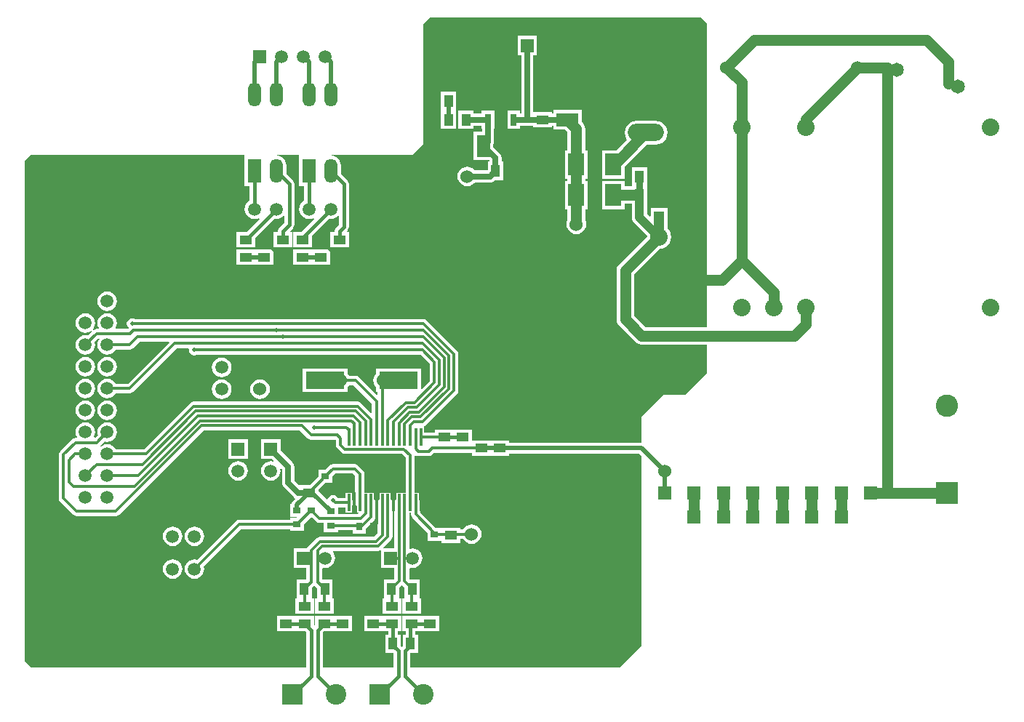
<source format=gtl>
%FSLAX25Y25*%
%MOIN*%
G70*
G01*
G75*
G04 Layer_Physical_Order=1*
G04 Layer_Color=255*
%ADD10R,0.04725X0.13779*%
%ADD11R,0.04725X0.13779*%
%ADD12R,0.06000X0.10000*%
%ADD13R,0.03500X0.03000*%
%ADD14R,0.05500X0.04000*%
%ADD15R,0.04000X0.05500*%
%ADD16R,0.06000X0.06000*%
%ADD17R,0.02756X0.05315*%
%ADD18R,0.02756X0.07087*%
G04:AMPARAMS|DCode=19|XSize=74.8mil|YSize=129.92mil|CornerRadius=0mil|HoleSize=0mil|Usage=FLASHONLY|Rotation=0.000|XOffset=0mil|YOffset=0mil|HoleType=Round|Shape=Octagon|*
%AMOCTAGOND19*
4,1,8,-0.01870,0.06496,0.01870,0.06496,0.03740,0.04626,0.03740,-0.04626,0.01870,-0.06496,-0.01870,-0.06496,-0.03740,-0.04626,-0.03740,0.04626,-0.01870,0.06496,0.0*
%
%ADD19OCTAGOND19*%

%ADD20R,0.01496X0.07874*%
%ADD21R,0.01496X0.07874*%
%ADD22O,0.06000X0.11024*%
%ADD23R,0.06000X0.11024*%
%ADD24R,0.17716X0.07874*%
%ADD25R,0.03000X0.03500*%
%ADD26R,0.10000X0.06000*%
%ADD27R,0.07500X0.10000*%
%ADD28C,0.04000*%
%ADD29C,0.01200*%
%ADD30C,0.02500*%
%ADD31C,0.02000*%
%ADD32C,0.01500*%
%ADD33C,0.05000*%
%ADD34C,0.03000*%
%ADD35C,0.08000*%
%ADD36C,0.05906*%
%ADD37R,0.05906X0.05906*%
%ADD38R,0.10236X0.10236*%
%ADD39C,0.10236*%
%ADD40R,0.05906X0.05906*%
%ADD41O,0.07874X0.15748*%
%ADD42O,0.15748X0.07874*%
%ADD43O,0.16535X0.07874*%
%ADD44C,0.06000*%
%ADD45R,0.05906X0.05906*%
%ADD46R,0.09449X0.09449*%
%ADD47C,0.09449*%
%ADD48C,0.06500*%
%ADD49C,0.02000*%
G36*
X315000Y-5000D02*
Y-143965D01*
X286671D01*
X281535Y-138829D01*
Y-119829D01*
X293182Y-108181D01*
X294436Y-108016D01*
X295774Y-107462D01*
X296923Y-106580D01*
X297804Y-105431D01*
X298359Y-104093D01*
X298548Y-102657D01*
X298359Y-101222D01*
X297804Y-99884D01*
X296923Y-98735D01*
X296863Y-98689D01*
X296863Y-89347D01*
X289138Y-89347D01*
X289138Y-93150D01*
X288676Y-93341D01*
X287530Y-92195D01*
Y-83500D01*
X287500Y-83271D01*
Y-79250D01*
Y-70750D01*
X280500D01*
Y-79250D01*
Y-79466D01*
X277250D01*
Y-77000D01*
X266750D01*
Y-90000D01*
X277250D01*
Y-87534D01*
X280470D01*
Y-93657D01*
X280590Y-94571D01*
X280943Y-95422D01*
X281504Y-96153D01*
X287401Y-102051D01*
Y-102551D01*
X274647Y-115305D01*
X274006Y-116140D01*
X273603Y-117113D01*
X273465Y-118157D01*
X273465Y-118158D01*
Y-140500D01*
X273465Y-140500D01*
X273603Y-141544D01*
X274006Y-142517D01*
X274647Y-143353D01*
X282147Y-150853D01*
X282983Y-151494D01*
X283956Y-151897D01*
X285000Y-152034D01*
X315000D01*
Y-165000D01*
X305000Y-175000D01*
X295000D01*
X285000Y-185000D01*
Y-196951D01*
X224250D01*
Y-196000D01*
X207250D01*
Y-191000D01*
X190250D01*
Y-192359D01*
X185316D01*
Y-189963D01*
X185299D01*
X185250Y-189465D01*
X185353Y-189445D01*
X186047Y-188981D01*
X186047Y-188981D01*
X186047Y-188981D01*
X200314Y-174714D01*
X200778Y-174019D01*
X200778Y-174019D01*
X200778Y-174019D01*
X200941Y-173200D01*
Y-156355D01*
X200778Y-155536D01*
X200314Y-154841D01*
X186459Y-140986D01*
X185764Y-140522D01*
X184945Y-140359D01*
X52795D01*
X52476Y-140145D01*
X51500Y-139951D01*
X50524Y-140145D01*
X49698Y-140698D01*
X49145Y-141525D01*
X48951Y-142500D01*
X49145Y-143475D01*
X49698Y-144302D01*
X49719Y-144516D01*
X49716Y-144488D01*
X49380Y-144859D01*
X44110D01*
X43889Y-144411D01*
X44338Y-143328D01*
X44491Y-142165D01*
X44338Y-141003D01*
X43889Y-139920D01*
X43176Y-138990D01*
X42246Y-138276D01*
X41162Y-137827D01*
X40000Y-137674D01*
X38838Y-137827D01*
X37754Y-138276D01*
X36824Y-138990D01*
X36110Y-139920D01*
X35662Y-141003D01*
X35509Y-142165D01*
X35662Y-143328D01*
X36110Y-144411D01*
X35890Y-144859D01*
X35165D01*
X34346Y-145022D01*
X33723Y-145438D01*
X33382Y-145073D01*
X33889Y-144411D01*
X34338Y-143328D01*
X34491Y-142165D01*
X34338Y-141003D01*
X33889Y-139920D01*
X33176Y-138990D01*
X32246Y-138276D01*
X31162Y-137827D01*
X30000Y-137674D01*
X28838Y-137827D01*
X27754Y-138276D01*
X26824Y-138990D01*
X26111Y-139920D01*
X25662Y-141003D01*
X25509Y-142165D01*
X25662Y-143328D01*
X26111Y-144411D01*
X26824Y-145341D01*
X27754Y-146055D01*
X28838Y-146503D01*
X30000Y-146657D01*
X31162Y-146503D01*
X32246Y-146055D01*
X32810Y-145622D01*
X33140Y-145998D01*
X31267Y-147871D01*
X31162Y-147827D01*
X30000Y-147674D01*
X28838Y-147827D01*
X27754Y-148276D01*
X26824Y-148990D01*
X26111Y-149920D01*
X25662Y-151003D01*
X25509Y-152165D01*
X25662Y-153328D01*
X26111Y-154411D01*
X26824Y-155341D01*
X27754Y-156055D01*
X28838Y-156503D01*
X30000Y-156657D01*
X31162Y-156503D01*
X32246Y-156055D01*
X33176Y-155341D01*
X33889Y-154411D01*
X34338Y-153328D01*
X34491Y-152165D01*
X34338Y-151003D01*
X34295Y-150899D01*
X35809Y-149384D01*
X36303Y-149466D01*
X36364Y-149590D01*
X36110Y-149920D01*
X35662Y-151003D01*
X35509Y-152165D01*
X35662Y-153328D01*
X36110Y-154411D01*
X36824Y-155341D01*
X37754Y-156055D01*
X38838Y-156503D01*
X40000Y-156657D01*
X41162Y-156503D01*
X42246Y-156055D01*
X43176Y-155341D01*
X43889Y-154411D01*
X43933Y-154306D01*
X50335D01*
X51154Y-154144D01*
X51849Y-153679D01*
X54887Y-150641D01*
X68177D01*
X68369Y-151103D01*
X49448Y-170024D01*
X43933D01*
X43889Y-169920D01*
X43176Y-168990D01*
X42246Y-168276D01*
X41162Y-167827D01*
X40000Y-167674D01*
X38838Y-167827D01*
X37754Y-168276D01*
X36824Y-168990D01*
X36110Y-169920D01*
X35662Y-171003D01*
X35509Y-172165D01*
X35662Y-173328D01*
X36110Y-174411D01*
X36824Y-175341D01*
X37754Y-176055D01*
X38838Y-176504D01*
X40000Y-176656D01*
X41162Y-176504D01*
X42246Y-176055D01*
X43176Y-175341D01*
X43889Y-174411D01*
X43933Y-174306D01*
X50335D01*
X51154Y-174144D01*
X51849Y-173679D01*
X71887Y-153641D01*
X77228D01*
X77545Y-154028D01*
X77451Y-154500D01*
X77645Y-155475D01*
X78198Y-156302D01*
X79024Y-156855D01*
X80000Y-157049D01*
X80976Y-156855D01*
X81295Y-156641D01*
X183613D01*
X187859Y-160887D01*
Y-168668D01*
X184210Y-172317D01*
X183748Y-172126D01*
Y-163063D01*
X163031D01*
Y-165628D01*
X162569Y-166231D01*
X162116Y-167325D01*
X161961Y-168500D01*
X162116Y-169675D01*
X162569Y-170769D01*
X163031Y-171372D01*
Y-173937D01*
X163913D01*
Y-174878D01*
X163451Y-175069D01*
X155368Y-166986D01*
X154674Y-166522D01*
X153854Y-166359D01*
X150799D01*
X150746Y-166231D01*
X150284Y-165628D01*
Y-163063D01*
X129567D01*
Y-173937D01*
X150284D01*
Y-171372D01*
X150746Y-170769D01*
X150799Y-170641D01*
X152967D01*
X161354Y-179028D01*
Y-183339D01*
X160892Y-183530D01*
X156248Y-178886D01*
X155553Y-178422D01*
X154734Y-178259D01*
X79655D01*
X78836Y-178422D01*
X78141Y-178886D01*
X57003Y-200024D01*
X43933D01*
X43889Y-199920D01*
X43176Y-198990D01*
X42246Y-198276D01*
X41162Y-197827D01*
X40000Y-197674D01*
X38838Y-197827D01*
X37754Y-198276D01*
X37190Y-198709D01*
X36860Y-198333D01*
X38733Y-196460D01*
X38838Y-196503D01*
X40000Y-196657D01*
X41162Y-196503D01*
X42246Y-196055D01*
X43176Y-195341D01*
X43889Y-194411D01*
X44338Y-193328D01*
X44491Y-192165D01*
X44338Y-191003D01*
X43889Y-189920D01*
X43176Y-188990D01*
X42246Y-188276D01*
X41162Y-187827D01*
X40000Y-187674D01*
X38838Y-187827D01*
X37754Y-188276D01*
X36824Y-188990D01*
X36110Y-189920D01*
X35662Y-191003D01*
X35509Y-192165D01*
X35662Y-193328D01*
X35705Y-193432D01*
X34469Y-194668D01*
X33976Y-194587D01*
X33889Y-194411D01*
X34338Y-193328D01*
X34491Y-192165D01*
X34338Y-191003D01*
X33889Y-189920D01*
X33176Y-188990D01*
X32246Y-188276D01*
X31162Y-187827D01*
X30000Y-187674D01*
X28838Y-187827D01*
X27754Y-188276D01*
X26824Y-188990D01*
X26111Y-189920D01*
X25662Y-191003D01*
X25509Y-192165D01*
X25662Y-193328D01*
X26111Y-194411D01*
X25890Y-194859D01*
X25500D01*
X24681Y-195022D01*
X23986Y-195486D01*
X18486Y-200986D01*
X18022Y-201681D01*
X17859Y-202500D01*
Y-222500D01*
X18022Y-223319D01*
X18486Y-224014D01*
X24486Y-230014D01*
X25181Y-230478D01*
X25181Y-230478D01*
X25181Y-230478D01*
D01*
X25181Y-230478D01*
X25181Y-230478D01*
X26000Y-230641D01*
X44000D01*
X44819Y-230478D01*
X45514Y-230014D01*
X45514Y-230014D01*
X45514Y-230014D01*
X84187Y-191341D01*
X128313D01*
X131986Y-195014D01*
X132681Y-195478D01*
X132681Y-195478D01*
X132681Y-195478D01*
D01*
X132681Y-195478D01*
X132681Y-195478D01*
X133500Y-195641D01*
X144613D01*
X144859Y-195887D01*
Y-198000D01*
X145022Y-198819D01*
X145022Y-198819D01*
X145022Y-198819D01*
X145486Y-199514D01*
X147486Y-201514D01*
X148181Y-201978D01*
X149000Y-202141D01*
X175113D01*
X176708Y-203736D01*
Y-219963D01*
X172383D01*
Y-222875D01*
X172218Y-222986D01*
X171753Y-223681D01*
X171590Y-224500D01*
Y-245547D01*
X166747D01*
X166556Y-245085D01*
X170127Y-241514D01*
X170592Y-240819D01*
X170592Y-240819D01*
X170592Y-240819D01*
X170755Y-240000D01*
Y-224500D01*
X170592Y-223681D01*
X170127Y-222986D01*
X169961Y-222875D01*
Y-219963D01*
X164706D01*
Y-222875D01*
X164540Y-222986D01*
X164076Y-223681D01*
X163913Y-224500D01*
Y-238472D01*
X162226Y-240159D01*
X137589D01*
X136769Y-240322D01*
X136075Y-240786D01*
X131986Y-244875D01*
X131537Y-245547D01*
X125547D01*
Y-254453D01*
X131359D01*
Y-259750D01*
X126750D01*
Y-268250D01*
D01*
Y-268250D01*
X126500Y-268500D01*
X126250D01*
Y-275500D01*
X134750D01*
Y-268500D01*
X133750D01*
Y-268250D01*
X133750D01*
Y-263778D01*
X135000Y-262528D01*
X136250Y-263778D01*
Y-268250D01*
D01*
Y-268250D01*
X136000Y-268500D01*
X135250D01*
Y-275500D01*
X143750D01*
Y-268500D01*
X143250D01*
Y-268250D01*
X143250D01*
Y-259750D01*
X138641D01*
Y-254691D01*
X139017Y-254362D01*
X140000Y-254491D01*
X141162Y-254338D01*
X142246Y-253889D01*
X143176Y-253176D01*
X143889Y-252246D01*
X144338Y-251162D01*
X144491Y-250000D01*
X144338Y-248838D01*
X143889Y-247754D01*
X143379Y-247090D01*
X143600Y-246641D01*
X164113D01*
X164933Y-246478D01*
X165106Y-246362D01*
X165547Y-246598D01*
Y-254453D01*
X171590D01*
Y-259632D01*
X171472Y-259750D01*
X166750D01*
Y-268250D01*
D01*
Y-268250D01*
X166500Y-268500D01*
X166250D01*
Y-275500D01*
X174750D01*
Y-268500D01*
X173750D01*
Y-268250D01*
X173750D01*
Y-263528D01*
X174750Y-262528D01*
X175250D01*
X176250Y-263528D01*
Y-268250D01*
D01*
Y-268250D01*
X176000Y-268500D01*
X175250D01*
Y-275500D01*
X183750D01*
Y-268500D01*
X183250D01*
Y-268250D01*
X183250D01*
Y-259750D01*
X178528D01*
X178432Y-259654D01*
Y-254609D01*
X178838Y-254338D01*
X180000Y-254491D01*
X181162Y-254338D01*
X182246Y-253889D01*
X183176Y-253176D01*
X183889Y-252246D01*
X184338Y-251162D01*
X184491Y-250000D01*
X184338Y-248838D01*
X183889Y-247754D01*
X183176Y-246824D01*
X182246Y-246111D01*
X181162Y-245662D01*
X180000Y-245509D01*
X178838Y-245662D01*
X178432Y-245391D01*
Y-229037D01*
X179268D01*
Y-229909D01*
X179430Y-230728D01*
X179895Y-231423D01*
X186750Y-238278D01*
Y-242000D01*
X193250D01*
Y-243000D01*
X201750D01*
Y-241141D01*
X203016D01*
X203069Y-241269D01*
X203791Y-242209D01*
X204731Y-242931D01*
X205825Y-243384D01*
X207000Y-243539D01*
X208175Y-243384D01*
X209269Y-242931D01*
X210209Y-242209D01*
X210931Y-241269D01*
X211384Y-240175D01*
X211539Y-239000D01*
X211384Y-237825D01*
X210931Y-236731D01*
X210209Y-235791D01*
X209269Y-235069D01*
X208175Y-234616D01*
X207000Y-234461D01*
X205825Y-234616D01*
X204731Y-235069D01*
X203791Y-235791D01*
X203069Y-236731D01*
X203016Y-236859D01*
X201750D01*
Y-236000D01*
X190528D01*
X183550Y-229022D01*
Y-224500D01*
X183387Y-223681D01*
X182923Y-222986D01*
X182757Y-222875D01*
Y-219963D01*
X180991D01*
Y-203047D01*
X181681Y-202978D01*
X181681Y-202978D01*
D01*
X181681Y-202978D01*
X181681Y-202978D01*
X182500Y-203141D01*
X187500D01*
X188319Y-202978D01*
X189014Y-202514D01*
X189887Y-201641D01*
X207250D01*
Y-203000D01*
X224250D01*
Y-202049D01*
X283944D01*
X285000Y-203105D01*
Y-290000D01*
X275000Y-300000D01*
X178794D01*
Y-293500D01*
X182500D01*
Y-285000D01*
X181294D01*
Y-283500D01*
X192250D01*
Y-276500D01*
X175250D01*
Y-283500D01*
X176706D01*
Y-285000D01*
X175500D01*
Y-290256D01*
X175000Y-290756D01*
X174500Y-290256D01*
Y-285000D01*
X173294D01*
Y-283500D01*
X174750D01*
Y-276500D01*
X157750D01*
Y-283500D01*
X168706D01*
Y-285000D01*
X167500D01*
Y-293500D01*
X171206D01*
Y-300000D01*
X138794D01*
Y-283950D01*
X139244Y-283500D01*
X152250D01*
Y-276500D01*
X135250D01*
Y-280609D01*
X135000Y-280777D01*
X134750Y-280609D01*
Y-276500D01*
X117750D01*
Y-283500D01*
X130756D01*
X131206Y-283950D01*
Y-300000D01*
X5000D01*
X2039Y-297039D01*
Y-67961D01*
X5000Y-65000D01*
X103000D01*
Y-65488D01*
X103000D01*
Y-79512D01*
X105206D01*
Y-86148D01*
X104324Y-86824D01*
X103611Y-87754D01*
X103162Y-88838D01*
X103009Y-90000D01*
X103162Y-91162D01*
X103611Y-92246D01*
X104324Y-93176D01*
X105254Y-93889D01*
X106338Y-94338D01*
X107500Y-94491D01*
X108662Y-94338D01*
X109621Y-93941D01*
X109899Y-94357D01*
X103756Y-100500D01*
X99250D01*
Y-107500D01*
X107750D01*
Y-102994D01*
X116398Y-94346D01*
X117500Y-94491D01*
X118662Y-94338D01*
X119746Y-93889D01*
X120676Y-93176D01*
X120732Y-93102D01*
X121206Y-93262D01*
Y-96050D01*
X118878Y-98378D01*
X118380Y-99122D01*
X118206Y-100000D01*
Y-100500D01*
X116250D01*
Y-107500D01*
X124750D01*
Y-100500D01*
X123898D01*
X123706Y-100038D01*
X125122Y-98622D01*
X125619Y-97878D01*
X125794Y-97000D01*
Y-78500D01*
X125619Y-77622D01*
X125122Y-76878D01*
X122039Y-73795D01*
Y-69988D01*
X121884Y-68814D01*
X121431Y-67719D01*
X120709Y-66779D01*
X119769Y-66057D01*
X118675Y-65604D01*
X117876Y-65499D01*
X117909Y-65000D01*
X128000D01*
Y-65488D01*
X128000D01*
Y-79512D01*
X130206D01*
Y-86148D01*
X129324Y-86824D01*
X128611Y-87754D01*
X128162Y-88838D01*
X128009Y-90000D01*
X128162Y-91162D01*
X128611Y-92246D01*
X129324Y-93176D01*
X130254Y-93889D01*
X131338Y-94338D01*
X132500Y-94491D01*
X133662Y-94338D01*
X134621Y-93941D01*
X134899Y-94357D01*
X128756Y-100500D01*
X125250D01*
Y-107500D01*
X133750D01*
Y-101994D01*
X141398Y-94346D01*
X142500Y-94491D01*
X143662Y-94338D01*
X144746Y-93889D01*
X145676Y-93176D01*
X145732Y-93102D01*
X146206Y-93262D01*
Y-97050D01*
X144878Y-98378D01*
X144380Y-99122D01*
X144206Y-100000D01*
Y-100500D01*
X142250D01*
Y-107500D01*
X150750D01*
Y-100500D01*
X149898D01*
X149706Y-100038D01*
X150122Y-99622D01*
X150619Y-98878D01*
X150794Y-98000D01*
Y-78500D01*
X150619Y-77622D01*
X150122Y-76878D01*
X147039Y-73795D01*
Y-69988D01*
X146884Y-68814D01*
X146431Y-67719D01*
X145709Y-66779D01*
X144769Y-66057D01*
X143675Y-65604D01*
X142876Y-65499D01*
X142909Y-65000D01*
X180000D01*
X185000Y-60000D01*
Y-5000D01*
X187961Y-2039D01*
X312039D01*
X315000Y-5000D01*
D02*
G37*
%LPC*%
G36*
X30000Y-177674D02*
X28838Y-177827D01*
X27754Y-178276D01*
X26824Y-178990D01*
X26111Y-179920D01*
X25662Y-181003D01*
X25509Y-182165D01*
X25662Y-183328D01*
X26111Y-184411D01*
X26824Y-185341D01*
X27754Y-186055D01*
X28838Y-186504D01*
X30000Y-186656D01*
X31162Y-186504D01*
X32246Y-186055D01*
X33176Y-185341D01*
X33889Y-184411D01*
X34338Y-183328D01*
X34491Y-182165D01*
X34338Y-181003D01*
X33889Y-179920D01*
X33176Y-178990D01*
X32246Y-178276D01*
X31162Y-177827D01*
X30000Y-177674D01*
D02*
G37*
G36*
X104453Y-195547D02*
X95547D01*
Y-204453D01*
X104453D01*
Y-195547D01*
D02*
G37*
G36*
X92500Y-168009D02*
X91338Y-168162D01*
X90254Y-168611D01*
X89324Y-169324D01*
X88611Y-170254D01*
X88162Y-171338D01*
X88009Y-172500D01*
X88162Y-173662D01*
X88611Y-174746D01*
X89324Y-175676D01*
X90254Y-176390D01*
X91338Y-176838D01*
X92500Y-176991D01*
X93662Y-176838D01*
X94746Y-176390D01*
X95676Y-175676D01*
X96390Y-174746D01*
X96838Y-173662D01*
X96991Y-172500D01*
X96838Y-171338D01*
X96390Y-170254D01*
X95676Y-169324D01*
X94746Y-168611D01*
X93662Y-168162D01*
X92500Y-168009D01*
D02*
G37*
G36*
X110000Y-167961D02*
X108825Y-168116D01*
X107731Y-168569D01*
X106791Y-169291D01*
X106069Y-170231D01*
X105616Y-171325D01*
X105461Y-172500D01*
X105616Y-173675D01*
X106069Y-174769D01*
X106791Y-175709D01*
X107731Y-176431D01*
X108825Y-176884D01*
X110000Y-177039D01*
X111175Y-176884D01*
X112269Y-176431D01*
X113209Y-175709D01*
X113931Y-174769D01*
X114384Y-173675D01*
X114539Y-172500D01*
X114384Y-171325D01*
X113931Y-170231D01*
X113209Y-169291D01*
X112269Y-168569D01*
X111175Y-168116D01*
X110000Y-167961D01*
D02*
G37*
G36*
X40000Y-177674D02*
X38838Y-177827D01*
X37754Y-178276D01*
X36824Y-178990D01*
X36110Y-179920D01*
X35662Y-181003D01*
X35509Y-182165D01*
X35662Y-183328D01*
X36110Y-184411D01*
X36824Y-185341D01*
X37754Y-186055D01*
X38838Y-186504D01*
X40000Y-186656D01*
X41162Y-186504D01*
X42246Y-186055D01*
X43176Y-185341D01*
X43889Y-184411D01*
X44338Y-183328D01*
X44491Y-182165D01*
X44338Y-181003D01*
X43889Y-179920D01*
X43176Y-178990D01*
X42246Y-178276D01*
X41162Y-177827D01*
X40000Y-177674D01*
D02*
G37*
G36*
X70000Y-235509D02*
X68838Y-235662D01*
X67754Y-236110D01*
X66824Y-236824D01*
X66110Y-237754D01*
X65662Y-238838D01*
X65509Y-240000D01*
X65662Y-241162D01*
X66110Y-242246D01*
X66824Y-243176D01*
X67754Y-243889D01*
X68838Y-244338D01*
X70000Y-244491D01*
X71162Y-244338D01*
X72246Y-243889D01*
X73176Y-243176D01*
X73889Y-242246D01*
X74338Y-241162D01*
X74491Y-240000D01*
X74338Y-238838D01*
X73889Y-237754D01*
X73176Y-236824D01*
X72246Y-236110D01*
X71162Y-235662D01*
X70000Y-235509D01*
D02*
G37*
G36*
Y-250509D02*
X68838Y-250662D01*
X67754Y-251111D01*
X66824Y-251824D01*
X66110Y-252754D01*
X65662Y-253838D01*
X65509Y-255000D01*
X65662Y-256162D01*
X66110Y-257246D01*
X66824Y-258176D01*
X67754Y-258890D01*
X68838Y-259338D01*
X70000Y-259491D01*
X71162Y-259338D01*
X72246Y-258890D01*
X73176Y-258176D01*
X73889Y-257246D01*
X74338Y-256162D01*
X74491Y-255000D01*
X74338Y-253838D01*
X73889Y-252754D01*
X73176Y-251824D01*
X72246Y-251111D01*
X71162Y-250662D01*
X70000Y-250509D01*
D02*
G37*
G36*
X80000Y-235509D02*
X78838Y-235662D01*
X77754Y-236110D01*
X76824Y-236824D01*
X76111Y-237754D01*
X75662Y-238838D01*
X75509Y-240000D01*
X75662Y-241162D01*
X76111Y-242246D01*
X76824Y-243176D01*
X77754Y-243889D01*
X78838Y-244338D01*
X80000Y-244491D01*
X81162Y-244338D01*
X82246Y-243889D01*
X83176Y-243176D01*
X83890Y-242246D01*
X84338Y-241162D01*
X84491Y-240000D01*
X84338Y-238838D01*
X83890Y-237754D01*
X83176Y-236824D01*
X82246Y-236110D01*
X81162Y-235662D01*
X80000Y-235509D01*
D02*
G37*
G36*
X119453Y-195547D02*
X110547D01*
Y-204453D01*
X115530D01*
X116277Y-205199D01*
X116056Y-205648D01*
X115000Y-205509D01*
X113838Y-205662D01*
X112754Y-206111D01*
X111824Y-206824D01*
X111110Y-207754D01*
X110662Y-208838D01*
X110509Y-210000D01*
X110662Y-211162D01*
X111110Y-212246D01*
X111824Y-213176D01*
X112754Y-213890D01*
X113838Y-214338D01*
X115000Y-214491D01*
X116162Y-214338D01*
X117246Y-213890D01*
X118176Y-213176D01*
X118889Y-212246D01*
X119338Y-211162D01*
X119491Y-210000D01*
X119352Y-208944D01*
X119801Y-208723D01*
X120226Y-209149D01*
Y-215500D01*
X120321Y-216218D01*
X120483Y-216610D01*
X120598Y-216887D01*
X121039Y-217461D01*
X125539Y-221961D01*
X126027Y-222336D01*
X126060Y-222835D01*
X125198Y-223698D01*
X124645Y-224524D01*
X124550Y-225000D01*
X123750D01*
Y-231000D01*
X126819D01*
X126854Y-231084D01*
X126576Y-231500D01*
X123750D01*
Y-232359D01*
X100500D01*
X99681Y-232522D01*
X98986Y-232986D01*
X81267Y-250705D01*
X81162Y-250662D01*
X80000Y-250509D01*
X78838Y-250662D01*
X77754Y-251111D01*
X76824Y-251824D01*
X76111Y-252754D01*
X75662Y-253838D01*
X75509Y-255000D01*
X75662Y-256162D01*
X76111Y-257246D01*
X76824Y-258176D01*
X77754Y-258890D01*
X78838Y-259338D01*
X80000Y-259491D01*
X81162Y-259338D01*
X82246Y-258890D01*
X83176Y-258176D01*
X83890Y-257246D01*
X84338Y-256162D01*
X84491Y-255000D01*
X84338Y-253838D01*
X84295Y-253733D01*
X101387Y-236641D01*
X123750D01*
Y-237500D01*
X130250D01*
Y-234278D01*
X133250Y-231278D01*
X133750D01*
X135736Y-233264D01*
X136431Y-233728D01*
X137250Y-233891D01*
X139250D01*
Y-238000D01*
X145750D01*
Y-237141D01*
X152500D01*
Y-238750D01*
X158500D01*
Y-236464D01*
X162450Y-232514D01*
X162914Y-231819D01*
X163077Y-231000D01*
Y-224500D01*
X162914Y-223681D01*
X162450Y-222986D01*
X162284Y-222875D01*
Y-219963D01*
X157959D01*
Y-211318D01*
X157796Y-210499D01*
X157332Y-209804D01*
X155014Y-207486D01*
X154319Y-207022D01*
X153500Y-206859D01*
X143500D01*
X142681Y-207022D01*
X141986Y-207486D01*
X139972Y-209500D01*
X136750D01*
Y-212722D01*
X132972Y-216500D01*
X128250D01*
X128250Y-216500D01*
Y-216500D01*
X128018Y-216596D01*
X125774Y-214351D01*
Y-208000D01*
X125679Y-207282D01*
X125402Y-206613D01*
X124961Y-206039D01*
X119453Y-200530D01*
Y-195547D01*
D02*
G37*
G36*
X100000Y-205509D02*
X98838Y-205662D01*
X97754Y-206111D01*
X96824Y-206824D01*
X96110Y-207754D01*
X95662Y-208838D01*
X95509Y-210000D01*
X95662Y-211162D01*
X96110Y-212246D01*
X96824Y-213176D01*
X97754Y-213890D01*
X98838Y-214338D01*
X100000Y-214491D01*
X101162Y-214338D01*
X102246Y-213890D01*
X103176Y-213176D01*
X103890Y-212246D01*
X104338Y-211162D01*
X104491Y-210000D01*
X104338Y-208838D01*
X103890Y-207754D01*
X103176Y-206824D01*
X102246Y-206111D01*
X101162Y-205662D01*
X100000Y-205509D01*
D02*
G37*
G36*
X30000Y-167674D02*
X28838Y-167827D01*
X27754Y-168276D01*
X26824Y-168990D01*
X26111Y-169920D01*
X25662Y-171003D01*
X25509Y-172165D01*
X25662Y-173328D01*
X26111Y-174411D01*
X26824Y-175341D01*
X27754Y-176055D01*
X28838Y-176504D01*
X30000Y-176656D01*
X31162Y-176504D01*
X32246Y-176055D01*
X33176Y-175341D01*
X33889Y-174411D01*
X34338Y-173328D01*
X34491Y-172165D01*
X34338Y-171003D01*
X33889Y-169920D01*
X33176Y-168990D01*
X32246Y-168276D01*
X31162Y-167827D01*
X30000Y-167674D01*
D02*
G37*
G36*
X291331Y-49453D02*
X282669D01*
X281250Y-49640D01*
X279927Y-50188D01*
X278792Y-51059D01*
X277920Y-52195D01*
X277372Y-53518D01*
X277185Y-54937D01*
X277372Y-56356D01*
X277920Y-57679D01*
X278195Y-58037D01*
X273231Y-63000D01*
X266750D01*
Y-76000D01*
X277250D01*
Y-70393D01*
X287222Y-60421D01*
X291331D01*
X292750Y-60234D01*
X294073Y-59686D01*
X295208Y-58815D01*
X296080Y-57679D01*
X296628Y-56356D01*
X296815Y-54937D01*
X296628Y-53518D01*
X296080Y-52195D01*
X295208Y-51059D01*
X294073Y-50188D01*
X292750Y-49640D01*
X291331Y-49453D01*
D02*
G37*
G36*
X142250Y-108500D02*
X125250D01*
Y-115500D01*
X142250D01*
Y-108500D01*
D02*
G37*
G36*
X208000Y-44750D02*
X201000D01*
Y-53250D01*
X208000D01*
Y-51774D01*
X211622D01*
Y-53158D01*
X211726D01*
Y-54500D01*
X208000D01*
Y-67500D01*
X215077D01*
X215226Y-67649D01*
Y-68250D01*
X214500D01*
Y-72077D01*
X214351Y-72226D01*
X208544D01*
X208209Y-71791D01*
X207269Y-71069D01*
X206175Y-70616D01*
X205000Y-70461D01*
X203825Y-70616D01*
X202731Y-71069D01*
X201791Y-71791D01*
X201069Y-72731D01*
X200616Y-73825D01*
X200461Y-75000D01*
X200616Y-76175D01*
X201069Y-77269D01*
X201791Y-78209D01*
X202731Y-78931D01*
X203825Y-79384D01*
X205000Y-79539D01*
X206175Y-79384D01*
X207269Y-78931D01*
X208209Y-78209D01*
X208544Y-77774D01*
X215500D01*
X216218Y-77679D01*
X216610Y-77517D01*
X216887Y-77402D01*
X217461Y-76961D01*
X217673Y-76750D01*
X221500D01*
Y-68250D01*
X220774D01*
Y-66500D01*
X220679Y-65782D01*
X220402Y-65113D01*
X219961Y-64539D01*
X217000Y-61577D01*
Y-60151D01*
X217179Y-59718D01*
X217274Y-59000D01*
X217274Y-59000D01*
X217274Y-59000D01*
Y-59000D01*
Y-53158D01*
X217378D01*
Y-44842D01*
X211622D01*
Y-46226D01*
X208000D01*
Y-44750D01*
D02*
G37*
G36*
X236953Y-10547D02*
X228047D01*
Y-19453D01*
X229726D01*
Y-46226D01*
X229189D01*
Y-44842D01*
X223433D01*
Y-53158D01*
X229189D01*
Y-51774D01*
X235250D01*
Y-52500D01*
X243750D01*
Y-51774D01*
X244500D01*
Y-53500D01*
X249794D01*
X250965Y-54671D01*
Y-63000D01*
X249750D01*
Y-76000D01*
X250965D01*
Y-77000D01*
X249750D01*
Y-90000D01*
X250965D01*
Y-94981D01*
X250616Y-95825D01*
X250461Y-97000D01*
X250616Y-98175D01*
X251069Y-99269D01*
X251791Y-100209D01*
X252731Y-100931D01*
X253825Y-101384D01*
X255000Y-101539D01*
X256175Y-101384D01*
X257269Y-100931D01*
X258209Y-100209D01*
X258931Y-99269D01*
X259384Y-98175D01*
X259539Y-97000D01*
X259384Y-95825D01*
X259034Y-94981D01*
Y-90000D01*
X260250D01*
Y-77000D01*
X259034D01*
Y-76000D01*
X260250D01*
Y-63000D01*
X259034D01*
Y-53000D01*
X258897Y-51956D01*
X258494Y-50983D01*
X258216Y-50620D01*
X257853Y-50147D01*
X257853Y-50147D01*
X257500Y-49794D01*
Y-44500D01*
X244500D01*
Y-46226D01*
X243750D01*
Y-45500D01*
X235274D01*
Y-19453D01*
X236953D01*
Y-10547D01*
D02*
G37*
G36*
X200000Y-36250D02*
X193000D01*
Y-44750D01*
Y-53250D01*
X200000D01*
Y-44750D01*
Y-36250D01*
D02*
G37*
G36*
X40000Y-157674D02*
X38838Y-157827D01*
X37754Y-158276D01*
X36824Y-158990D01*
X36110Y-159920D01*
X35662Y-161003D01*
X35509Y-162165D01*
X35662Y-163328D01*
X36110Y-164411D01*
X36824Y-165341D01*
X37754Y-166055D01*
X38838Y-166504D01*
X40000Y-166656D01*
X41162Y-166504D01*
X42246Y-166055D01*
X43176Y-165341D01*
X43889Y-164411D01*
X44338Y-163328D01*
X44491Y-162165D01*
X44338Y-161003D01*
X43889Y-159920D01*
X43176Y-158990D01*
X42246Y-158276D01*
X41162Y-157827D01*
X40000Y-157674D01*
D02*
G37*
G36*
X30000D02*
X28838Y-157827D01*
X27754Y-158276D01*
X26824Y-158990D01*
X26111Y-159920D01*
X25662Y-161003D01*
X25509Y-162165D01*
X25662Y-163328D01*
X26111Y-164411D01*
X26824Y-165341D01*
X27754Y-166055D01*
X28838Y-166504D01*
X30000Y-166656D01*
X31162Y-166504D01*
X32246Y-166055D01*
X33176Y-165341D01*
X33889Y-164411D01*
X34338Y-163328D01*
X34491Y-162165D01*
X34338Y-161003D01*
X33889Y-159920D01*
X33176Y-158990D01*
X32246Y-158276D01*
X31162Y-157827D01*
X30000Y-157674D01*
D02*
G37*
G36*
X92500Y-158009D02*
X91338Y-158162D01*
X90254Y-158610D01*
X89324Y-159324D01*
X88611Y-160254D01*
X88162Y-161338D01*
X88009Y-162500D01*
X88162Y-163662D01*
X88611Y-164746D01*
X89324Y-165676D01*
X90254Y-166390D01*
X91338Y-166838D01*
X92500Y-166991D01*
X93662Y-166838D01*
X94746Y-166390D01*
X95676Y-165676D01*
X96390Y-164746D01*
X96838Y-163662D01*
X96991Y-162500D01*
X96838Y-161338D01*
X96390Y-160254D01*
X95676Y-159324D01*
X94746Y-158610D01*
X93662Y-158162D01*
X92500Y-158009D01*
D02*
G37*
G36*
X116250Y-108500D02*
X99250D01*
Y-115500D01*
X116250D01*
Y-108500D01*
D02*
G37*
G36*
X40000Y-127674D02*
X38838Y-127827D01*
X37754Y-128276D01*
X36824Y-128990D01*
X36110Y-129920D01*
X35662Y-131003D01*
X35509Y-132165D01*
X35662Y-133328D01*
X36110Y-134411D01*
X36824Y-135341D01*
X37754Y-136055D01*
X38838Y-136504D01*
X40000Y-136656D01*
X41162Y-136504D01*
X42246Y-136055D01*
X43176Y-135341D01*
X43889Y-134411D01*
X44338Y-133328D01*
X44491Y-132165D01*
X44338Y-131003D01*
X43889Y-129920D01*
X43176Y-128990D01*
X42246Y-128276D01*
X41162Y-127827D01*
X40000Y-127674D01*
D02*
G37*
%LPD*%
G36*
X153677Y-212205D02*
Y-224500D01*
X153840Y-225319D01*
X154304Y-226014D01*
X154470Y-226125D01*
Y-229037D01*
X155159D01*
X155224Y-229193D01*
X154946Y-229609D01*
X145750D01*
Y-226641D01*
X149352D01*
Y-229037D01*
X152048D01*
Y-226125D01*
X152214Y-226014D01*
X152678Y-225319D01*
X152841Y-224500D01*
X152678Y-223681D01*
X152214Y-222986D01*
X152048Y-222875D01*
Y-219963D01*
X149352D01*
Y-222359D01*
X145744D01*
X145302Y-221698D01*
X144475Y-221145D01*
X143500Y-220951D01*
X142525Y-221145D01*
X141698Y-221698D01*
X141145Y-222524D01*
X141080Y-222852D01*
X140602Y-222997D01*
X136816Y-219212D01*
Y-218712D01*
X140028Y-215500D01*
X143250D01*
Y-212278D01*
X144387Y-211141D01*
X152613D01*
X153677Y-212205D01*
D02*
G37*
D10*
X293000Y-127264D02*
D03*
D11*
X293000Y-97736D02*
D03*
D12*
X226000Y-61000D02*
D03*
X212500D02*
D03*
D13*
X190000Y-239000D02*
D03*
Y-232500D02*
D03*
X142500Y-235000D02*
D03*
Y-228500D02*
D03*
X140000Y-212500D02*
D03*
Y-219000D02*
D03*
X133500Y-228000D02*
D03*
Y-234500D02*
D03*
X127000Y-228000D02*
D03*
Y-234500D02*
D03*
D14*
X194500Y-186500D02*
D03*
Y-194500D02*
D03*
X129500Y-104000D02*
D03*
Y-112000D02*
D03*
X148000Y-280000D02*
D03*
Y-272000D02*
D03*
X239500Y-49000D02*
D03*
Y-41000D02*
D03*
X132500Y-220000D02*
D03*
Y-212000D02*
D03*
X197500Y-231500D02*
D03*
Y-239500D02*
D03*
X211500Y-199500D02*
D03*
Y-191500D02*
D03*
X170500Y-280000D02*
D03*
Y-272000D02*
D03*
X120500Y-112000D02*
D03*
Y-104000D02*
D03*
X138000Y-112000D02*
D03*
Y-104000D02*
D03*
X139500Y-272000D02*
D03*
Y-280000D02*
D03*
X220000Y-199500D02*
D03*
Y-191500D02*
D03*
X203000Y-186500D02*
D03*
Y-194500D02*
D03*
X162000Y-280000D02*
D03*
Y-272000D02*
D03*
X188000Y-280000D02*
D03*
Y-272000D02*
D03*
X179500Y-280000D02*
D03*
Y-272000D02*
D03*
X112000Y-104000D02*
D03*
Y-112000D02*
D03*
X130500Y-280000D02*
D03*
Y-272000D02*
D03*
X146500Y-112000D02*
D03*
Y-104000D02*
D03*
X122000Y-280000D02*
D03*
Y-272000D02*
D03*
X103500Y-104000D02*
D03*
Y-112000D02*
D03*
D15*
X196500Y-40500D02*
D03*
X204500D02*
D03*
X284000Y-83500D02*
D03*
X292000D02*
D03*
Y-75000D02*
D03*
X284000D02*
D03*
X226000Y-72500D02*
D03*
X218000D02*
D03*
X170250Y-264000D02*
D03*
X162250D02*
D03*
X187750D02*
D03*
X179750D02*
D03*
X122250D02*
D03*
X130250D02*
D03*
X147750D02*
D03*
X139750D02*
D03*
X196500Y-49000D02*
D03*
X204500D02*
D03*
X179000Y-289250D02*
D03*
X171000D02*
D03*
D16*
X309000Y-231000D02*
D03*
X322500D02*
D03*
X309000Y-220000D02*
D03*
X295500D02*
D03*
X376500D02*
D03*
X390000D02*
D03*
X363000Y-231000D02*
D03*
X376500D02*
D03*
X349500Y-220000D02*
D03*
X363000D02*
D03*
X336000Y-231000D02*
D03*
X349500D02*
D03*
X322500Y-220000D02*
D03*
X336000D02*
D03*
D17*
X226311Y-49000D02*
D03*
X214500D02*
D03*
D18*
X220406Y-48114D02*
D03*
D19*
X220406Y-38075D02*
D03*
D20*
X160936Y-224500D02*
D03*
X158377D02*
D03*
X155818D02*
D03*
X171172D02*
D03*
X178850D02*
D03*
X160936Y-194500D02*
D03*
X183968Y-224500D02*
D03*
X153259D02*
D03*
X163495D02*
D03*
X176291D02*
D03*
X173732D02*
D03*
X168613D02*
D03*
X166054D02*
D03*
X171172Y-194500D02*
D03*
X150700D02*
D03*
Y-224500D02*
D03*
X166054Y-194500D02*
D03*
X163495D02*
D03*
X158377D02*
D03*
X155818D02*
D03*
X183968D02*
D03*
X181409D02*
D03*
Y-224500D02*
D03*
X153259Y-194500D02*
D03*
X176291D02*
D03*
D21*
X178850D02*
D03*
X168613D02*
D03*
X173732D02*
D03*
D22*
X132500Y-37500D02*
D03*
X142500Y-72500D02*
D03*
Y-37500D02*
D03*
X117500D02*
D03*
Y-72500D02*
D03*
X107500Y-37500D02*
D03*
D23*
X132500Y-72500D02*
D03*
X107500D02*
D03*
D24*
X139925Y-168500D02*
D03*
X173390D02*
D03*
D25*
X162000Y-235500D02*
D03*
X155500D02*
D03*
D26*
X251000Y-49000D02*
D03*
Y-35500D02*
D03*
D27*
X255000Y-83500D02*
D03*
X272000D02*
D03*
Y-69500D02*
D03*
X255000D02*
D03*
D28*
X284000Y-93657D02*
X293000Y-102657D01*
X284000Y-93657D02*
Y-83500D01*
D29*
X100500Y-234500D02*
X127000D01*
X80000Y-255000D02*
X100500Y-234500D01*
X35165Y-197000D02*
X40000Y-192165D01*
X25500Y-197000D02*
X35165D01*
X20000Y-202500D02*
X25500Y-197000D01*
X20000Y-222500D02*
Y-202500D01*
X26000Y-228500D02*
X44000D01*
X20000Y-222500D02*
X26000Y-228500D01*
X79655Y-180400D02*
X154734D01*
X40000Y-202165D02*
X57890D01*
X79655Y-180400D01*
X80566Y-182600D02*
X153823D01*
X35165Y-207000D02*
X56166D01*
X80566Y-182600D01*
X81477Y-184800D02*
X152911D01*
X43000Y-212165D02*
X54112D01*
X81477Y-184800D01*
X24500Y-217000D02*
X52389D01*
X82389Y-187000D02*
X152000D01*
X52389Y-217000D02*
X82389Y-187000D01*
X44000Y-228500D02*
X83300Y-189200D01*
X25335Y-202165D02*
X30000D01*
X22500Y-205000D02*
X25335Y-202165D01*
X22500Y-215000D02*
Y-205000D01*
Y-215000D02*
X24500Y-217000D01*
X30000Y-212165D02*
X35165Y-207000D01*
Y-147000D02*
X50500D01*
X52000Y-145500D02*
X117500D01*
X30000Y-152165D02*
X35165Y-147000D01*
X50500D02*
X52000Y-145500D01*
X54000Y-148500D02*
X120500D01*
X40000Y-152165D02*
X50335D01*
X54000Y-148500D01*
X71000Y-151500D02*
X184611D01*
X40000Y-172165D02*
X50335D01*
X71000Y-151500D01*
X80000Y-154500D02*
X184500D01*
X143500Y-223500D02*
X144500Y-224500D01*
X150700D01*
X135000Y-190000D02*
X149500D01*
X150700Y-191200D01*
Y-194500D02*
Y-191200D01*
X189000Y-199500D02*
X211500D01*
X187500Y-201000D02*
X189000Y-199500D01*
X182500Y-201000D02*
X187500D01*
X181409Y-199909D02*
Y-194500D01*
Y-199909D02*
X182500Y-201000D01*
X193500Y-194500D02*
X194500Y-193500D01*
X183968Y-194500D02*
X193500D01*
X132500Y-220000D02*
X140000Y-212500D01*
X127000Y-234500D02*
X133500Y-228000D01*
X155818Y-224500D02*
Y-211318D01*
X153500Y-209000D02*
X155818Y-211318D01*
X143500Y-209000D02*
X153500D01*
X140000Y-212500D02*
X143500Y-209000D01*
X171172Y-216328D02*
X172500Y-215000D01*
X171172Y-224500D02*
Y-216328D01*
X160000Y-215000D02*
X163495Y-218495D01*
Y-224500D02*
Y-218495D01*
X176291Y-250000D02*
Y-224500D01*
Y-250000D02*
X180000D01*
X170000D02*
X173732D01*
X166054Y-239359D02*
Y-224500D01*
X130500Y-264000D02*
X133500Y-261000D01*
X130000Y-250000D02*
X133500D01*
X136500D02*
X140000D01*
X136500D02*
Y-246500D01*
X138500Y-244500D01*
X164113D02*
X168613Y-240000D01*
X138500Y-244500D02*
X164113D01*
X168613Y-240000D02*
Y-224500D01*
X133500Y-246389D02*
X137589Y-242300D01*
X163113D01*
X166054Y-239359D01*
X133500Y-250000D02*
Y-246389D01*
X140000Y-219000D02*
X140037Y-218963D01*
X152111D01*
X153259Y-220111D01*
Y-224500D02*
Y-220111D01*
X133500Y-228000D02*
X137250Y-231750D01*
X156127D01*
X158377Y-229500D01*
Y-224500D01*
X155500Y-235500D02*
X156436D01*
X160936Y-231000D01*
Y-224500D01*
X163495Y-234005D02*
Y-224500D01*
X162000Y-235500D02*
X163495Y-234005D01*
X142500Y-235000D02*
X155000D01*
X155500Y-235500D01*
X153259Y-193004D02*
Y-188259D01*
X152000Y-187000D02*
X153259Y-188259D01*
X155818Y-193004D02*
Y-187707D01*
X152911Y-184800D02*
X155818Y-187707D01*
X158377Y-193004D02*
Y-187155D01*
X153823Y-182600D02*
X158377Y-187155D01*
X160936Y-193004D02*
Y-186602D01*
X154734Y-180400D02*
X160936Y-186602D01*
X178850Y-193004D02*
Y-189053D01*
X176291Y-193004D02*
Y-188501D01*
X173732Y-193004D02*
Y-187949D01*
X171172Y-193004D02*
Y-187397D01*
X168613Y-193004D02*
Y-186845D01*
X178850Y-189053D02*
X180436Y-187467D01*
X184533D01*
X176291Y-188501D02*
X179525Y-185267D01*
X183622D01*
X173732Y-187949D02*
X178614Y-183067D01*
X182711D01*
X171172Y-187397D02*
X177702Y-180867D01*
X181799D01*
X168613Y-186845D02*
X176791Y-178667D01*
X180888D01*
X166054Y-193004D02*
Y-168946D01*
X146815Y-168500D02*
X153854D01*
X163495Y-178141D01*
Y-193004D02*
Y-178141D01*
X178850Y-224500D02*
Y-202850D01*
X176000Y-200000D02*
X178850Y-202850D01*
X190000Y-169555D02*
Y-160000D01*
X180888Y-178667D02*
X190000Y-169555D01*
X192200Y-170466D02*
Y-159089D01*
X181799Y-180867D02*
X192200Y-170466D01*
X194400Y-171378D02*
Y-158177D01*
X182711Y-183067D02*
X194400Y-171378D01*
X196600Y-172289D02*
Y-157266D01*
X183622Y-185267D02*
X196600Y-172289D01*
X184533Y-187467D02*
X198800Y-173200D01*
X117500Y-145500D02*
X184834D01*
X196600Y-157266D01*
X120500Y-148500D02*
X184722D01*
X194400Y-158177D01*
X184611Y-151500D02*
X192200Y-159089D01*
X184500Y-154500D02*
X190000Y-160000D01*
X136500Y-261000D02*
X139500Y-264000D01*
X179500Y-289500D02*
Y-289250D01*
X133500Y-261000D02*
Y-260750D01*
X136500D02*
X139750Y-264000D01*
X136500Y-261000D02*
Y-260750D01*
Y-250000D01*
X139500Y-272000D02*
Y-264000D01*
X130250D02*
X133500Y-260750D01*
Y-250000D01*
X130500Y-272000D02*
Y-264000D01*
X184945Y-142500D02*
X198800Y-156355D01*
Y-173200D02*
Y-156355D01*
X51500Y-142500D02*
X184945D01*
X170250Y-264000D02*
X173732Y-260519D01*
X170500Y-272000D02*
Y-264000D01*
X173732Y-250000D02*
Y-224500D01*
Y-260519D02*
Y-250000D01*
X176291Y-260541D02*
X179750Y-264000D01*
X179500Y-272000D02*
Y-264000D01*
X176291Y-260541D02*
Y-250000D01*
X190000Y-239000D02*
Y-238500D01*
X181409Y-229909D02*
X190000Y-238500D01*
X181409Y-229909D02*
Y-224500D01*
X129200Y-189200D02*
X133500Y-193500D01*
X145500D01*
X147000Y-195000D01*
Y-198000D02*
Y-195000D01*
Y-198000D02*
X149000Y-200000D01*
X83300Y-189200D02*
X129200D01*
X149000Y-200000D02*
X176000D01*
X190000Y-239000D02*
X207000D01*
D30*
X205000Y-75000D02*
X215500D01*
X218000Y-72500D02*
Y-66500D01*
X212500Y-61000D02*
X218000Y-66500D01*
X215500Y-75000D02*
X218000Y-72500D01*
X212500Y-61000D02*
X214500Y-59000D01*
Y-49000D01*
X204500D02*
X214500D01*
X127500Y-220000D02*
X132500D01*
X123000Y-215500D02*
X127500Y-220000D01*
X123000Y-215500D02*
Y-208000D01*
X115000Y-200000D02*
X123000Y-208000D01*
X245000Y-35500D02*
X250500D01*
X239500Y-41000D02*
X245000Y-35500D01*
X239500Y-49000D02*
X251000D01*
X204500Y-40500D02*
X206925Y-38075D01*
X220406D01*
X242500Y-27500D02*
X250500Y-35500D01*
X242500Y-27500D02*
Y-15000D01*
X232500Y-49000D02*
X239500D01*
X232500D02*
Y-15000D01*
X226311Y-49000D02*
X232500D01*
X220406Y-55405D02*
Y-48114D01*
Y-55405D02*
X226000Y-61000D01*
D31*
X127000Y-225500D02*
X132500Y-220000D01*
X127000Y-228000D02*
Y-225500D01*
X220000Y-199500D02*
X285000D01*
X211500D02*
X220000D01*
X129500Y-112000D02*
X137000D01*
X103500D02*
X112000D01*
X134000Y-220000D02*
X142500Y-228500D01*
X132500Y-220000D02*
X134000D01*
X140000Y-20000D02*
X142500Y-22500D01*
Y-37500D02*
Y-22500D01*
X130000Y-20000D02*
X132500Y-22500D01*
Y-37500D02*
Y-22500D01*
X107500D02*
X110000Y-20000D01*
X107500Y-37500D02*
Y-22500D01*
X117500D02*
X120000Y-20000D01*
X117500Y-37500D02*
Y-22500D01*
X285000Y-199500D02*
X295500Y-210000D01*
Y-220000D02*
Y-210000D01*
X196500Y-49000D02*
Y-40500D01*
D32*
X176500Y-304000D02*
X185000Y-312500D01*
X173500Y-304000D02*
Y-292500D01*
X165000Y-312500D02*
X173500Y-304000D01*
X176500D02*
Y-292500D01*
X133500Y-304000D02*
Y-283000D01*
X125000Y-312500D02*
X133500Y-304000D01*
X136500D02*
X145000Y-312500D01*
X136500Y-304000D02*
Y-283000D01*
X138000Y-104000D02*
X146000Y-112000D01*
X112000Y-104000D02*
X120000Y-112000D01*
X137000D02*
X138000Y-113000D01*
X103500Y-104000D02*
X117500Y-90000D01*
X148500Y-98000D02*
Y-78500D01*
X146500Y-104000D02*
Y-100000D01*
X148500Y-98000D01*
X123500Y-97000D02*
Y-78500D01*
X120500Y-104000D02*
Y-100000D01*
X123500Y-97000D01*
X129500Y-103000D02*
X142500Y-90000D01*
X129500Y-104000D02*
Y-103000D01*
X194500Y-194500D02*
X203000D01*
X132500Y-90000D02*
Y-72500D01*
X107500Y-90000D02*
Y-72500D01*
X117500D02*
X123500Y-78500D01*
X142500Y-72500D02*
X148500Y-78500D01*
X162000Y-280000D02*
X170500D01*
X179500D02*
X188000D01*
X171000Y-290000D02*
X173500Y-292500D01*
X171000Y-289250D02*
Y-280500D01*
X170500Y-280000D02*
X171000Y-280500D01*
X171500Y-289500D02*
Y-289250D01*
X179000D02*
Y-280500D01*
X179500Y-280000D01*
X176500Y-292500D02*
X179500Y-289500D01*
X130500Y-280000D02*
X133500Y-283000D01*
X136500D02*
X139500Y-280000D01*
X148000D01*
X122000D02*
X130500D01*
D33*
X255000Y-83500D02*
Y-69500D01*
Y-97000D02*
Y-83500D01*
Y-69500D02*
Y-53000D01*
X251000Y-49000D02*
X255000Y-53000D01*
X251000Y-35500D02*
X260476D01*
X250500D02*
X251000D01*
X324000Y-25000D02*
X336500Y-12500D01*
X324000Y-25000D02*
X330827Y-31827D01*
Y-52323D02*
Y-31827D01*
X360355Y-52323D02*
Y-48645D01*
X384000Y-25000D02*
X397500D01*
X360355Y-48645D02*
X384000Y-25000D01*
X425500Y-32500D02*
Y-22500D01*
X415500Y-12500D02*
X425500Y-22500D01*
X336500Y-12500D02*
X415500D01*
X397500Y-220000D02*
Y-25000D01*
X330827Y-113327D02*
Y-52323D01*
Y-113327D02*
X345591Y-128091D01*
Y-135000D02*
Y-128091D01*
X321811Y-122343D02*
X330827Y-113327D01*
X293000Y-122343D02*
X321811D01*
X360355Y-142646D02*
Y-135000D01*
X355000Y-148000D02*
X360355Y-142646D01*
X285000Y-148000D02*
X355000D01*
X277500Y-140500D02*
X285000Y-148000D01*
X277500Y-140500D02*
Y-118157D01*
X293000Y-102657D01*
X376500Y-231000D02*
Y-220000D01*
X363000Y-231000D02*
Y-220000D01*
X349500Y-231000D02*
Y-220000D01*
X336000Y-231000D02*
Y-220000D01*
X322500Y-231000D02*
Y-220000D01*
X309000Y-231000D02*
Y-220000D01*
X390000D02*
X425000D01*
X275189Y-42339D02*
X287000Y-30528D01*
X267315Y-42339D02*
X275189D01*
X260476Y-35500D02*
X267315Y-42339D01*
X272000Y-83500D02*
X283000D01*
X272000Y-69500D02*
X272437D01*
X287000Y-54937D01*
D34*
X284000Y-83500D02*
Y-75000D01*
D35*
X445000Y-52323D02*
D03*
X360355Y-52323D02*
D03*
X330827Y-52323D02*
D03*
X330827Y-135000D02*
D03*
X445000Y-135000D02*
D03*
X345591Y-135000D02*
D03*
X360355Y-135000D02*
D03*
X293000Y-122343D02*
D03*
X293000Y-102657D02*
D03*
D36*
X40000Y-222165D02*
D03*
X30000D02*
D03*
X40000Y-212165D02*
D03*
X30000D02*
D03*
X40000Y-202165D02*
D03*
X30000D02*
D03*
X40000Y-192165D02*
D03*
X30000D02*
D03*
X40000Y-182165D02*
D03*
X30000D02*
D03*
X40000Y-172165D02*
D03*
X30000D02*
D03*
X40000Y-162165D02*
D03*
X30000D02*
D03*
X40000Y-152165D02*
D03*
X30000D02*
D03*
X40000Y-142165D02*
D03*
X30000D02*
D03*
X40000Y-132165D02*
D03*
X115000Y-210000D02*
D03*
Y-220000D02*
D03*
X120000Y-20000D02*
D03*
X130000D02*
D03*
X140000D02*
D03*
Y-250000D02*
D03*
X70000Y-240000D02*
D03*
X80000D02*
D03*
X107500Y-90000D02*
D03*
X117500D02*
D03*
X70000Y-255000D02*
D03*
X80000D02*
D03*
X132500Y-90000D02*
D03*
X142500D02*
D03*
X92500Y-162500D02*
D03*
Y-172500D02*
D03*
X180000Y-250000D02*
D03*
X100000Y-220000D02*
D03*
Y-210000D02*
D03*
X242500Y-15000D02*
D03*
D37*
X30000Y-132165D02*
D03*
D38*
X425000Y-220000D02*
D03*
D39*
Y-180000D02*
D03*
D40*
X115000Y-200000D02*
D03*
X100000D02*
D03*
D41*
X267315Y-42339D02*
D03*
D42*
X287000Y-30528D02*
D03*
D43*
Y-54937D02*
D03*
D44*
X146815Y-168500D02*
D03*
X166500D02*
D03*
X225000Y-250000D02*
D03*
X255000Y-97000D02*
D03*
X205000Y-75000D02*
D03*
X25000Y-250000D02*
D03*
X225000Y-100000D02*
D03*
X25000D02*
D03*
X207000Y-239000D02*
D03*
X110000Y-172500D02*
D03*
X295500Y-210000D02*
D03*
X324000Y-25000D02*
D03*
X384000D02*
D03*
D45*
X110000Y-20000D02*
D03*
X130000Y-250000D02*
D03*
X170000D02*
D03*
X232500Y-15000D02*
D03*
D46*
X165000Y-312500D02*
D03*
X125000D02*
D03*
D47*
X185000D02*
D03*
X145000D02*
D03*
D48*
X402000Y-26250D02*
D03*
X430000Y-33750D02*
D03*
D49*
X100000Y-125000D02*
D03*
X300000Y-140000D02*
D03*
X100000Y-275000D02*
D03*
X25000Y-295000D02*
D03*
Y-275000D02*
D03*
X50000Y-295000D02*
D03*
X75000D02*
D03*
X10000D02*
D03*
X100000D02*
D03*
X115000D02*
D03*
X87500Y-215000D02*
D03*
X70000Y-230000D02*
D03*
X55000D02*
D03*
X105000Y-160000D02*
D03*
X10000Y-275000D02*
D03*
Y-250000D02*
D03*
Y-225000D02*
D03*
Y-200000D02*
D03*
Y-175000D02*
D03*
Y-150000D02*
D03*
X143500Y-223500D02*
D03*
X135000Y-190000D02*
D03*
X130000Y-202500D02*
D03*
X75000Y-160000D02*
D03*
Y-250000D02*
D03*
Y-275000D02*
D03*
X150000Y-125000D02*
D03*
X125000D02*
D03*
X75000D02*
D03*
Y-100000D02*
D03*
Y-75000D02*
D03*
X200000Y-25000D02*
D03*
X190000Y-65000D02*
D03*
X305000Y-100000D02*
D03*
Y-75000D02*
D03*
Y-50000D02*
D03*
Y-25000D02*
D03*
X235000Y-65000D02*
D03*
X275000Y-25000D02*
D03*
X225000D02*
D03*
X195000Y-252500D02*
D03*
X197500Y-262500D02*
D03*
X200000Y-295000D02*
D03*
X275000D02*
D03*
Y-275000D02*
D03*
Y-250000D02*
D03*
Y-225000D02*
D03*
X225000Y-295000D02*
D03*
Y-275000D02*
D03*
X250000Y-295000D02*
D03*
Y-250000D02*
D03*
Y-225000D02*
D03*
Y-175000D02*
D03*
X225000D02*
D03*
Y-150000D02*
D03*
X250000D02*
D03*
X175000Y-100000D02*
D03*
X160000Y-85000D02*
D03*
X250000Y-125000D02*
D03*
X225000D02*
D03*
X175000D02*
D03*
X200000D02*
D03*
Y-100000D02*
D03*
X50000Y-275000D02*
D03*
X45000Y-255000D02*
D03*
X50000Y-125000D02*
D03*
Y-100000D02*
D03*
Y-75000D02*
D03*
X25000D02*
D03*
X85000Y-172500D02*
D03*
X125000Y-170000D02*
D03*
X50000Y-187500D02*
D03*
X10000Y-125000D02*
D03*
X65000Y-215000D02*
D03*
X75000Y-205000D02*
D03*
X87500Y-197500D02*
D03*
X182500Y-160000D02*
D03*
X124000Y-193500D02*
D03*
X115000Y-250000D02*
D03*
X90000Y-235000D02*
D03*
X100000Y-250000D02*
D03*
X163000Y-290000D02*
D03*
X155000D02*
D03*
X147000D02*
D03*
X155000Y-273000D02*
D03*
Y-260000D02*
D03*
X160000Y-250000D02*
D03*
X150000D02*
D03*
X182000Y-237000D02*
D03*
X225000Y-225000D02*
D03*
Y-205000D02*
D03*
X205000Y-230000D02*
D03*
Y-215000D02*
D03*
Y-205000D02*
D03*
X190000Y-215000D02*
D03*
Y-205000D02*
D03*
X143500Y-202500D02*
D03*
X145000Y-215000D02*
D03*
X151500D02*
D03*
X162500Y-205000D02*
D03*
X160000Y-215000D02*
D03*
X172500D02*
D03*
Y-205000D02*
D03*
X152500D02*
D03*
X80000Y-154500D02*
D03*
X51500Y-142500D02*
D03*
X117500Y-145500D02*
D03*
X120500Y-148500D02*
D03*
X10000Y-75000D02*
D03*
Y-100000D02*
D03*
X250000Y-275000D02*
D03*
Y-205000D02*
D03*
X275000D02*
D03*
Y-175000D02*
D03*
Y-150000D02*
D03*
Y-100000D02*
D03*
X57500Y-247500D02*
D03*
X65000Y-177500D02*
D03*
M02*

</source>
